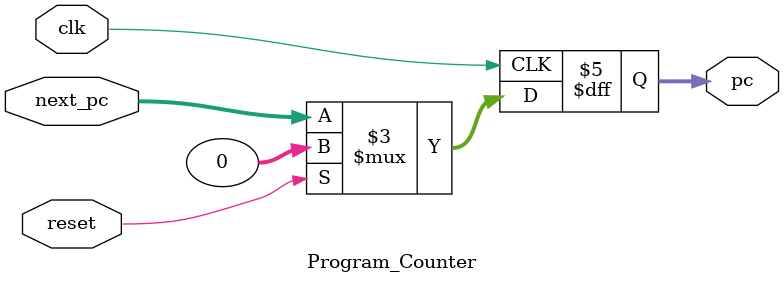
<source format=sv>
module Program_Counter(
	input logic clk, reset,
	input logic [31:0] next_pc,
	output logic [31:0] pc
);
	
	always_ff @(posedge clk) begin

		if (reset)
			pc <= 32'b0;
		else
			pc <= next_pc;
	end

endmodule
</source>
